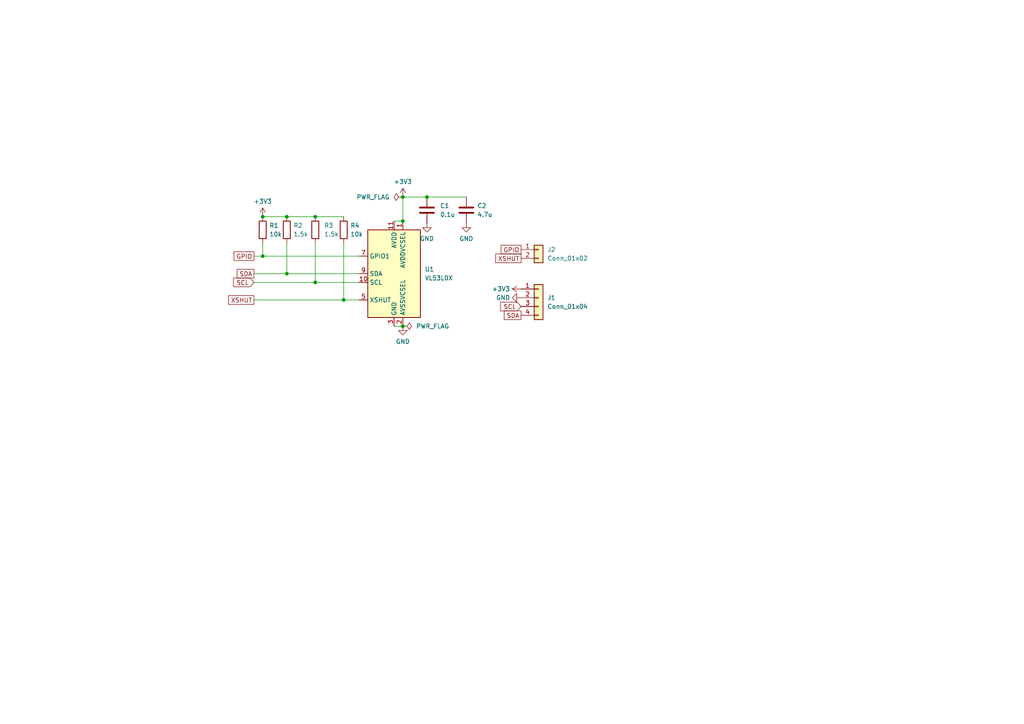
<source format=kicad_sch>
(kicad_sch (version 20230121) (generator eeschema)

  (uuid 565bb668-cc78-4516-89c0-d545721a4bb6)

  (paper "A4")

  (lib_symbols
    (symbol "Connector_Generic:Conn_01x02" (pin_names (offset 1.016) hide) (in_bom yes) (on_board yes)
      (property "Reference" "J" (at 0 2.54 0)
        (effects (font (size 1.27 1.27)))
      )
      (property "Value" "Conn_01x02" (at 0 -5.08 0)
        (effects (font (size 1.27 1.27)))
      )
      (property "Footprint" "" (at 0 0 0)
        (effects (font (size 1.27 1.27)) hide)
      )
      (property "Datasheet" "~" (at 0 0 0)
        (effects (font (size 1.27 1.27)) hide)
      )
      (property "ki_keywords" "connector" (at 0 0 0)
        (effects (font (size 1.27 1.27)) hide)
      )
      (property "ki_description" "Generic connector, single row, 01x02, script generated (kicad-library-utils/schlib/autogen/connector/)" (at 0 0 0)
        (effects (font (size 1.27 1.27)) hide)
      )
      (property "ki_fp_filters" "Connector*:*_1x??_*" (at 0 0 0)
        (effects (font (size 1.27 1.27)) hide)
      )
      (symbol "Conn_01x02_1_1"
        (rectangle (start -1.27 -2.413) (end 0 -2.667)
          (stroke (width 0.1524) (type default))
          (fill (type none))
        )
        (rectangle (start -1.27 0.127) (end 0 -0.127)
          (stroke (width 0.1524) (type default))
          (fill (type none))
        )
        (rectangle (start -1.27 1.27) (end 1.27 -3.81)
          (stroke (width 0.254) (type default))
          (fill (type background))
        )
        (pin passive line (at -5.08 0 0) (length 3.81)
          (name "Pin_1" (effects (font (size 1.27 1.27))))
          (number "1" (effects (font (size 1.27 1.27))))
        )
        (pin passive line (at -5.08 -2.54 0) (length 3.81)
          (name "Pin_2" (effects (font (size 1.27 1.27))))
          (number "2" (effects (font (size 1.27 1.27))))
        )
      )
    )
    (symbol "Connector_Generic:Conn_01x04" (pin_names (offset 1.016) hide) (in_bom yes) (on_board yes)
      (property "Reference" "J" (at 0 5.08 0)
        (effects (font (size 1.27 1.27)))
      )
      (property "Value" "Conn_01x04" (at 0 -7.62 0)
        (effects (font (size 1.27 1.27)))
      )
      (property "Footprint" "" (at 0 0 0)
        (effects (font (size 1.27 1.27)) hide)
      )
      (property "Datasheet" "~" (at 0 0 0)
        (effects (font (size 1.27 1.27)) hide)
      )
      (property "ki_keywords" "connector" (at 0 0 0)
        (effects (font (size 1.27 1.27)) hide)
      )
      (property "ki_description" "Generic connector, single row, 01x04, script generated (kicad-library-utils/schlib/autogen/connector/)" (at 0 0 0)
        (effects (font (size 1.27 1.27)) hide)
      )
      (property "ki_fp_filters" "Connector*:*_1x??_*" (at 0 0 0)
        (effects (font (size 1.27 1.27)) hide)
      )
      (symbol "Conn_01x04_1_1"
        (rectangle (start -1.27 -4.953) (end 0 -5.207)
          (stroke (width 0.1524) (type default))
          (fill (type none))
        )
        (rectangle (start -1.27 -2.413) (end 0 -2.667)
          (stroke (width 0.1524) (type default))
          (fill (type none))
        )
        (rectangle (start -1.27 0.127) (end 0 -0.127)
          (stroke (width 0.1524) (type default))
          (fill (type none))
        )
        (rectangle (start -1.27 2.667) (end 0 2.413)
          (stroke (width 0.1524) (type default))
          (fill (type none))
        )
        (rectangle (start -1.27 3.81) (end 1.27 -6.35)
          (stroke (width 0.254) (type default))
          (fill (type background))
        )
        (pin passive line (at -5.08 2.54 0) (length 3.81)
          (name "Pin_1" (effects (font (size 1.27 1.27))))
          (number "1" (effects (font (size 1.27 1.27))))
        )
        (pin passive line (at -5.08 0 0) (length 3.81)
          (name "Pin_2" (effects (font (size 1.27 1.27))))
          (number "2" (effects (font (size 1.27 1.27))))
        )
        (pin passive line (at -5.08 -2.54 0) (length 3.81)
          (name "Pin_3" (effects (font (size 1.27 1.27))))
          (number "3" (effects (font (size 1.27 1.27))))
        )
        (pin passive line (at -5.08 -5.08 0) (length 3.81)
          (name "Pin_4" (effects (font (size 1.27 1.27))))
          (number "4" (effects (font (size 1.27 1.27))))
        )
      )
    )
    (symbol "Device:C" (pin_numbers hide) (pin_names (offset 0.254)) (in_bom yes) (on_board yes)
      (property "Reference" "C" (at 0.635 2.54 0)
        (effects (font (size 1.27 1.27)) (justify left))
      )
      (property "Value" "C" (at 0.635 -2.54 0)
        (effects (font (size 1.27 1.27)) (justify left))
      )
      (property "Footprint" "" (at 0.9652 -3.81 0)
        (effects (font (size 1.27 1.27)) hide)
      )
      (property "Datasheet" "~" (at 0 0 0)
        (effects (font (size 1.27 1.27)) hide)
      )
      (property "ki_keywords" "cap capacitor" (at 0 0 0)
        (effects (font (size 1.27 1.27)) hide)
      )
      (property "ki_description" "Unpolarized capacitor" (at 0 0 0)
        (effects (font (size 1.27 1.27)) hide)
      )
      (property "ki_fp_filters" "C_*" (at 0 0 0)
        (effects (font (size 1.27 1.27)) hide)
      )
      (symbol "C_0_1"
        (polyline
          (pts
            (xy -2.032 -0.762)
            (xy 2.032 -0.762)
          )
          (stroke (width 0.508) (type default))
          (fill (type none))
        )
        (polyline
          (pts
            (xy -2.032 0.762)
            (xy 2.032 0.762)
          )
          (stroke (width 0.508) (type default))
          (fill (type none))
        )
      )
      (symbol "C_1_1"
        (pin passive line (at 0 3.81 270) (length 2.794)
          (name "~" (effects (font (size 1.27 1.27))))
          (number "1" (effects (font (size 1.27 1.27))))
        )
        (pin passive line (at 0 -3.81 90) (length 2.794)
          (name "~" (effects (font (size 1.27 1.27))))
          (number "2" (effects (font (size 1.27 1.27))))
        )
      )
    )
    (symbol "Device:R" (pin_numbers hide) (pin_names (offset 0)) (in_bom yes) (on_board yes)
      (property "Reference" "R" (at 2.032 0 90)
        (effects (font (size 1.27 1.27)))
      )
      (property "Value" "R" (at 0 0 90)
        (effects (font (size 1.27 1.27)))
      )
      (property "Footprint" "" (at -1.778 0 90)
        (effects (font (size 1.27 1.27)) hide)
      )
      (property "Datasheet" "~" (at 0 0 0)
        (effects (font (size 1.27 1.27)) hide)
      )
      (property "ki_keywords" "R res resistor" (at 0 0 0)
        (effects (font (size 1.27 1.27)) hide)
      )
      (property "ki_description" "Resistor" (at 0 0 0)
        (effects (font (size 1.27 1.27)) hide)
      )
      (property "ki_fp_filters" "R_*" (at 0 0 0)
        (effects (font (size 1.27 1.27)) hide)
      )
      (symbol "R_0_1"
        (rectangle (start -1.016 -2.54) (end 1.016 2.54)
          (stroke (width 0.254) (type default))
          (fill (type none))
        )
      )
      (symbol "R_1_1"
        (pin passive line (at 0 3.81 270) (length 1.27)
          (name "~" (effects (font (size 1.27 1.27))))
          (number "1" (effects (font (size 1.27 1.27))))
        )
        (pin passive line (at 0 -3.81 90) (length 1.27)
          (name "~" (effects (font (size 1.27 1.27))))
          (number "2" (effects (font (size 1.27 1.27))))
        )
      )
    )
    (symbol "Sensor_Distance:VL53L1CXV0FY1" (in_bom yes) (on_board yes)
      (property "Reference" "U" (at -6.35 13.97 0)
        (effects (font (size 1.27 1.27)))
      )
      (property "Value" "VL53L1CXV0FY1" (at 12.065 13.97 0)
        (effects (font (size 1.27 1.27)))
      )
      (property "Footprint" "Sensor_Distance:ST_VL53L1x" (at 17.145 -13.97 0)
        (effects (font (size 1.27 1.27)) hide)
      )
      (property "Datasheet" "https://www.st.com/resource/en/datasheet/vl53l1x.pdf" (at 2.54 0 0)
        (effects (font (size 1.27 1.27)) hide)
      )
      (property "ki_keywords" "VL53L1x ToF" (at 0 0 0)
        (effects (font (size 1.27 1.27)) hide)
      )
      (property "ki_description" "4m distance ranging ToF sensor" (at 0 0 0)
        (effects (font (size 1.27 1.27)) hide)
      )
      (property "ki_fp_filters" "ST*VL53L1x*" (at 0 0 0)
        (effects (font (size 1.27 1.27)) hide)
      )
      (symbol "VL53L1CXV0FY1_0_1"
        (rectangle (start -7.62 12.7) (end 7.62 -12.7)
          (stroke (width 0.254) (type default))
          (fill (type background))
        )
      )
      (symbol "VL53L1CXV0FY1_1_1"
        (pin power_in line (at 2.54 15.24 270) (length 2.54)
          (name "AVDDVCSEL" (effects (font (size 1.27 1.27))))
          (number "1" (effects (font (size 1.27 1.27))))
        )
        (pin input line (at -10.16 -2.54 0) (length 2.54)
          (name "SCL" (effects (font (size 1.27 1.27))))
          (number "10" (effects (font (size 1.27 1.27))))
        )
        (pin power_in line (at 0 15.24 270) (length 2.54)
          (name "AVDD" (effects (font (size 1.27 1.27))))
          (number "11" (effects (font (size 1.27 1.27))))
        )
        (pin passive line (at 0 -15.24 90) (length 2.54) hide
          (name "GND" (effects (font (size 1.27 1.27))))
          (number "12" (effects (font (size 1.27 1.27))))
        )
        (pin power_in line (at 2.54 -15.24 90) (length 2.54)
          (name "AVSSVCSEL" (effects (font (size 1.27 1.27))))
          (number "2" (effects (font (size 1.27 1.27))))
        )
        (pin power_in line (at 0 -15.24 90) (length 2.54)
          (name "GND" (effects (font (size 1.27 1.27))))
          (number "3" (effects (font (size 1.27 1.27))))
        )
        (pin passive line (at 0 -15.24 90) (length 2.54) hide
          (name "GND" (effects (font (size 1.27 1.27))))
          (number "4" (effects (font (size 1.27 1.27))))
        )
        (pin input line (at -10.16 -7.62 0) (length 2.54)
          (name "XSHUT" (effects (font (size 1.27 1.27))))
          (number "5" (effects (font (size 1.27 1.27))))
        )
        (pin passive line (at 0 -15.24 90) (length 2.54) hide
          (name "GND" (effects (font (size 1.27 1.27))))
          (number "6" (effects (font (size 1.27 1.27))))
        )
        (pin open_collector line (at -10.16 5.08 0) (length 2.54)
          (name "GPIO1" (effects (font (size 1.27 1.27))))
          (number "7" (effects (font (size 1.27 1.27))))
        )
        (pin no_connect line (at -7.62 7.62 0) (length 2.54) hide
          (name "DNC" (effects (font (size 1.27 1.27))))
          (number "8" (effects (font (size 1.27 1.27))))
        )
        (pin bidirectional line (at -10.16 0 0) (length 2.54)
          (name "SDA" (effects (font (size 1.27 1.27))))
          (number "9" (effects (font (size 1.27 1.27))))
        )
      )
    )
    (symbol "power:+3V3" (power) (pin_names (offset 0)) (in_bom yes) (on_board yes)
      (property "Reference" "#PWR" (at 0 -3.81 0)
        (effects (font (size 1.27 1.27)) hide)
      )
      (property "Value" "+3V3" (at 0 3.556 0)
        (effects (font (size 1.27 1.27)))
      )
      (property "Footprint" "" (at 0 0 0)
        (effects (font (size 1.27 1.27)) hide)
      )
      (property "Datasheet" "" (at 0 0 0)
        (effects (font (size 1.27 1.27)) hide)
      )
      (property "ki_keywords" "global power" (at 0 0 0)
        (effects (font (size 1.27 1.27)) hide)
      )
      (property "ki_description" "Power symbol creates a global label with name \"+3V3\"" (at 0 0 0)
        (effects (font (size 1.27 1.27)) hide)
      )
      (symbol "+3V3_0_1"
        (polyline
          (pts
            (xy -0.762 1.27)
            (xy 0 2.54)
          )
          (stroke (width 0) (type default))
          (fill (type none))
        )
        (polyline
          (pts
            (xy 0 0)
            (xy 0 2.54)
          )
          (stroke (width 0) (type default))
          (fill (type none))
        )
        (polyline
          (pts
            (xy 0 2.54)
            (xy 0.762 1.27)
          )
          (stroke (width 0) (type default))
          (fill (type none))
        )
      )
      (symbol "+3V3_1_1"
        (pin power_in line (at 0 0 90) (length 0) hide
          (name "+3V3" (effects (font (size 1.27 1.27))))
          (number "1" (effects (font (size 1.27 1.27))))
        )
      )
    )
    (symbol "power:GND" (power) (pin_names (offset 0)) (in_bom yes) (on_board yes)
      (property "Reference" "#PWR" (at 0 -6.35 0)
        (effects (font (size 1.27 1.27)) hide)
      )
      (property "Value" "GND" (at 0 -3.81 0)
        (effects (font (size 1.27 1.27)))
      )
      (property "Footprint" "" (at 0 0 0)
        (effects (font (size 1.27 1.27)) hide)
      )
      (property "Datasheet" "" (at 0 0 0)
        (effects (font (size 1.27 1.27)) hide)
      )
      (property "ki_keywords" "global power" (at 0 0 0)
        (effects (font (size 1.27 1.27)) hide)
      )
      (property "ki_description" "Power symbol creates a global label with name \"GND\" , ground" (at 0 0 0)
        (effects (font (size 1.27 1.27)) hide)
      )
      (symbol "GND_0_1"
        (polyline
          (pts
            (xy 0 0)
            (xy 0 -1.27)
            (xy 1.27 -1.27)
            (xy 0 -2.54)
            (xy -1.27 -1.27)
            (xy 0 -1.27)
          )
          (stroke (width 0) (type default))
          (fill (type none))
        )
      )
      (symbol "GND_1_1"
        (pin power_in line (at 0 0 270) (length 0) hide
          (name "GND" (effects (font (size 1.27 1.27))))
          (number "1" (effects (font (size 1.27 1.27))))
        )
      )
    )
    (symbol "power:PWR_FLAG" (power) (pin_numbers hide) (pin_names (offset 0) hide) (in_bom yes) (on_board yes)
      (property "Reference" "#FLG" (at 0 1.905 0)
        (effects (font (size 1.27 1.27)) hide)
      )
      (property "Value" "PWR_FLAG" (at 0 3.81 0)
        (effects (font (size 1.27 1.27)))
      )
      (property "Footprint" "" (at 0 0 0)
        (effects (font (size 1.27 1.27)) hide)
      )
      (property "Datasheet" "~" (at 0 0 0)
        (effects (font (size 1.27 1.27)) hide)
      )
      (property "ki_keywords" "flag power" (at 0 0 0)
        (effects (font (size 1.27 1.27)) hide)
      )
      (property "ki_description" "Special symbol for telling ERC where power comes from" (at 0 0 0)
        (effects (font (size 1.27 1.27)) hide)
      )
      (symbol "PWR_FLAG_0_0"
        (pin power_out line (at 0 0 90) (length 0)
          (name "pwr" (effects (font (size 1.27 1.27))))
          (number "1" (effects (font (size 1.27 1.27))))
        )
      )
      (symbol "PWR_FLAG_0_1"
        (polyline
          (pts
            (xy 0 0)
            (xy 0 1.27)
            (xy -1.016 1.905)
            (xy 0 2.54)
            (xy 1.016 1.905)
            (xy 0 1.27)
          )
          (stroke (width 0) (type default))
          (fill (type none))
        )
      )
    )
  )

  (junction (at 91.44 81.915) (diameter 0) (color 0 0 0 0)
    (uuid 067c9fd1-f378-426c-b7a5-6d258fb61294)
  )
  (junction (at 116.84 57.15) (diameter 0) (color 0 0 0 0)
    (uuid 469b7af0-ad05-4857-b99b-545b17da2278)
  )
  (junction (at 83.185 62.865) (diameter 0) (color 0 0 0 0)
    (uuid 4a3242dc-7c3b-4b84-a7ec-db03dd09acf8)
  )
  (junction (at 116.84 94.615) (diameter 0) (color 0 0 0 0)
    (uuid 5fbbef25-63ba-4eae-acb3-a996c80d72d3)
  )
  (junction (at 76.2 74.295) (diameter 0) (color 0 0 0 0)
    (uuid 64e67983-4e22-40eb-ac64-987b7848bbc5)
  )
  (junction (at 91.44 62.865) (diameter 0) (color 0 0 0 0)
    (uuid 68d43167-614d-41f1-8e45-99255d34399f)
  )
  (junction (at 116.84 64.135) (diameter 0) (color 0 0 0 0)
    (uuid 8b076af6-d6e8-48dd-b09d-420647edfe88)
  )
  (junction (at 83.185 79.375) (diameter 0) (color 0 0 0 0)
    (uuid ce68ffe4-a0d9-487d-8f1e-6c289eb7b92c)
  )
  (junction (at 99.695 86.995) (diameter 0) (color 0 0 0 0)
    (uuid d7f3c4c1-75d9-4263-bac2-80abd452dc4f)
  )
  (junction (at 76.2 62.865) (diameter 0) (color 0 0 0 0)
    (uuid f15ea7b4-8b86-4c92-a45d-f40199402c23)
  )
  (junction (at 123.825 57.15) (diameter 0) (color 0 0 0 0)
    (uuid f53b0402-991b-4a58-bfcf-989dc2e9ff6a)
  )

  (wire (pts (xy 114.3 64.135) (xy 116.84 64.135))
    (stroke (width 0) (type default))
    (uuid 212fb22d-034e-48ea-89a1-0b0ad52f0e00)
  )
  (wire (pts (xy 73.66 74.295) (xy 76.2 74.295))
    (stroke (width 0) (type default))
    (uuid 2195f024-951c-4f6d-8180-78fb0741f404)
  )
  (wire (pts (xy 76.2 62.865) (xy 83.185 62.865))
    (stroke (width 0) (type default))
    (uuid 2293dd22-b4e3-4ef9-8aaf-119ffe85c77f)
  )
  (wire (pts (xy 76.2 70.485) (xy 76.2 74.295))
    (stroke (width 0) (type default))
    (uuid 23a85dec-7cac-4e31-948f-4d779143c5df)
  )
  (wire (pts (xy 99.695 86.995) (xy 104.14 86.995))
    (stroke (width 0) (type default))
    (uuid 43730154-e994-4a2a-9f6d-bd03ce30effc)
  )
  (wire (pts (xy 73.66 81.915) (xy 91.44 81.915))
    (stroke (width 0) (type default))
    (uuid 561ac1eb-016b-4fb0-849d-8ee5bbff78e9)
  )
  (wire (pts (xy 116.84 57.15) (xy 123.825 57.15))
    (stroke (width 0) (type default))
    (uuid 57d3590a-6cc9-4f22-a7dd-25a7eac3b673)
  )
  (wire (pts (xy 91.44 62.865) (xy 99.695 62.865))
    (stroke (width 0) (type default))
    (uuid 58aee953-4338-4807-abd3-ee77ec1b8260)
  )
  (wire (pts (xy 91.44 70.485) (xy 91.44 81.915))
    (stroke (width 0) (type default))
    (uuid 59dc777e-df9c-4e4f-8b00-a38d6a5599c6)
  )
  (wire (pts (xy 76.2 74.295) (xy 104.14 74.295))
    (stroke (width 0) (type default))
    (uuid 5c695e91-39a6-47ad-b03a-aaa0f67452ee)
  )
  (wire (pts (xy 83.185 70.485) (xy 83.185 79.375))
    (stroke (width 0) (type default))
    (uuid 6d2323b0-e0e9-4cc2-aebd-85517e759030)
  )
  (wire (pts (xy 73.66 86.995) (xy 99.695 86.995))
    (stroke (width 0) (type default))
    (uuid 8cad3aec-b1e4-4caa-943f-e7810fb3486b)
  )
  (wire (pts (xy 83.185 62.865) (xy 91.44 62.865))
    (stroke (width 0) (type default))
    (uuid 8e96f6b9-5f14-4e05-b595-304b763a5160)
  )
  (wire (pts (xy 99.695 70.485) (xy 99.695 86.995))
    (stroke (width 0) (type default))
    (uuid 9be213f8-7623-4c43-96c1-17247889b97d)
  )
  (wire (pts (xy 91.44 81.915) (xy 104.14 81.915))
    (stroke (width 0) (type default))
    (uuid a3f0aa4e-1947-4ea2-8bf7-d2421be3f303)
  )
  (wire (pts (xy 83.185 79.375) (xy 104.14 79.375))
    (stroke (width 0) (type default))
    (uuid b96b6478-c530-46b6-bb22-dceb6cd3ae24)
  )
  (wire (pts (xy 116.84 57.15) (xy 116.84 64.135))
    (stroke (width 0) (type default))
    (uuid c64f039c-cd10-42cc-9cbd-2962fb5a8339)
  )
  (wire (pts (xy 114.3 94.615) (xy 116.84 94.615))
    (stroke (width 0) (type default))
    (uuid c6e2d6eb-2dfc-4b38-bdab-22256cdfc3a7)
  )
  (wire (pts (xy 123.825 57.15) (xy 135.255 57.15))
    (stroke (width 0) (type default))
    (uuid d10da6ea-fb7f-4303-b284-d08154be17ad)
  )
  (wire (pts (xy 73.66 79.375) (xy 83.185 79.375))
    (stroke (width 0) (type default))
    (uuid e45d4b8f-2d2d-4c32-9b7b-e136b5a4011b)
  )

  (global_label "XSHUT" (shape passive) (at 151.13 74.93 180) (fields_autoplaced)
    (effects (font (size 1.27 1.27)) (justify right))
    (uuid 33c0da94-49e5-478d-b290-f79f1c3460b8)
    (property "Intersheetrefs" "${INTERSHEET_REFS}" (at 143.2085 74.93 0)
      (effects (font (size 1.27 1.27)) (justify right) hide)
    )
  )
  (global_label "SDA" (shape passive) (at 73.66 79.375 180) (fields_autoplaced)
    (effects (font (size 1.27 1.27)) (justify right))
    (uuid 4b95226e-8c34-44bf-b90e-4ff704919222)
    (property "Intersheetrefs" "${INTERSHEET_REFS}" (at 68.218 79.375 0)
      (effects (font (size 1.27 1.27)) (justify right) hide)
    )
  )
  (global_label "XSHUT" (shape passive) (at 73.66 86.995 180) (fields_autoplaced)
    (effects (font (size 1.27 1.27)) (justify right))
    (uuid 514e0c8b-8ebe-4be1-a0e8-888f883ef607)
    (property "Intersheetrefs" "${INTERSHEET_REFS}" (at 65.7385 86.995 0)
      (effects (font (size 1.27 1.27)) (justify right) hide)
    )
  )
  (global_label "GPIO" (shape passive) (at 73.66 74.295 180) (fields_autoplaced)
    (effects (font (size 1.27 1.27)) (justify right))
    (uuid 51a5255f-fcda-43e4-bb7f-faa15f614a89)
    (property "Intersheetrefs" "${INTERSHEET_REFS}" (at 67.3108 74.295 0)
      (effects (font (size 1.27 1.27)) (justify right) hide)
    )
  )
  (global_label "SDA" (shape passive) (at 151.13 91.44 180) (fields_autoplaced)
    (effects (font (size 1.27 1.27)) (justify right))
    (uuid 7f9d4bd9-0780-413b-b0a4-760cba6e983a)
    (property "Intersheetrefs" "${INTERSHEET_REFS}" (at 145.688 91.44 0)
      (effects (font (size 1.27 1.27)) (justify right) hide)
    )
  )
  (global_label "SCL" (shape input) (at 151.13 88.9 180) (fields_autoplaced)
    (effects (font (size 1.27 1.27)) (justify right))
    (uuid 81b3fc7d-47b9-40e8-8a90-073f3908b711)
    (property "Intersheetrefs" "${INTERSHEET_REFS}" (at 144.6372 88.9 0)
      (effects (font (size 1.27 1.27)) (justify right) hide)
    )
  )
  (global_label "GPIO" (shape passive) (at 151.13 72.39 180) (fields_autoplaced)
    (effects (font (size 1.27 1.27)) (justify right))
    (uuid 9a52596b-3c1a-436c-91a9-bc259d6e03d3)
    (property "Intersheetrefs" "${INTERSHEET_REFS}" (at 144.7808 72.39 0)
      (effects (font (size 1.27 1.27)) (justify right) hide)
    )
  )
  (global_label "SCL" (shape input) (at 73.66 81.915 180) (fields_autoplaced)
    (effects (font (size 1.27 1.27)) (justify right))
    (uuid f2372222-8b99-49eb-9786-3117f1e771c3)
    (property "Intersheetrefs" "${INTERSHEET_REFS}" (at 67.1672 81.915 0)
      (effects (font (size 1.27 1.27)) (justify right) hide)
    )
  )

  (symbol (lib_id "Connector_Generic:Conn_01x04") (at 156.21 86.36 0) (unit 1)
    (in_bom yes) (on_board yes) (dnp no) (fields_autoplaced)
    (uuid 0cedfdcf-5129-420e-8078-5e14ba5d8926)
    (property "Reference" "J1" (at 158.75 86.36 0)
      (effects (font (size 1.27 1.27)) (justify left))
    )
    (property "Value" "Conn_01x04" (at 158.75 88.9 0)
      (effects (font (size 1.27 1.27)) (justify left))
    )
    (property "Footprint" "Connector_PinHeader_2.54mm:PinHeader_1x04_P2.54mm_Horizontal" (at 156.21 86.36 0)
      (effects (font (size 1.27 1.27)) hide)
    )
    (property "Datasheet" "~" (at 156.21 86.36 0)
      (effects (font (size 1.27 1.27)) hide)
    )
    (property "LCSC" "" (at 156.21 86.36 0)
      (effects (font (size 1.27 1.27)) hide)
    )
    (pin "4" (uuid 6f65da42-2aed-4744-af12-80a4c1d16f73))
    (pin "2" (uuid 1c6fcb54-39dc-4f23-83aa-93f27597f206))
    (pin "1" (uuid d817fc4b-e4ff-46c9-b617-59c325a59a39))
    (pin "3" (uuid e533e81c-fd0f-4d86-87dd-af35479d59b0))
    (instances
      (project "09-ToF_mod"
        (path "/565bb668-cc78-4516-89c0-d545721a4bb6"
          (reference "J1") (unit 1)
        )
      )
    )
  )

  (symbol (lib_id "power:PWR_FLAG") (at 116.84 57.15 90) (unit 1)
    (in_bom yes) (on_board yes) (dnp no) (fields_autoplaced)
    (uuid 0fc151dc-707a-497f-9ebc-1b3881c2ab9c)
    (property "Reference" "#FLG02" (at 114.935 57.15 0)
      (effects (font (size 1.27 1.27)) hide)
    )
    (property "Value" "PWR_FLAG" (at 113.03 57.15 90)
      (effects (font (size 1.27 1.27)) (justify left))
    )
    (property "Footprint" "" (at 116.84 57.15 0)
      (effects (font (size 1.27 1.27)) hide)
    )
    (property "Datasheet" "~" (at 116.84 57.15 0)
      (effects (font (size 1.27 1.27)) hide)
    )
    (pin "1" (uuid 702f6a52-94d4-489d-9b44-7e9abb5be790))
    (instances
      (project "09-ToF_mod"
        (path "/565bb668-cc78-4516-89c0-d545721a4bb6"
          (reference "#FLG02") (unit 1)
        )
      )
    )
  )

  (symbol (lib_id "power:+3V3") (at 151.13 83.82 90) (unit 1)
    (in_bom yes) (on_board yes) (dnp no) (fields_autoplaced)
    (uuid 1e1ced0c-0a63-478e-a6d8-c0a82aabbff5)
    (property "Reference" "#PWR03" (at 154.94 83.82 0)
      (effects (font (size 1.27 1.27)) hide)
    )
    (property "Value" "+3V3" (at 147.955 83.82 90)
      (effects (font (size 1.27 1.27)) (justify left))
    )
    (property "Footprint" "" (at 151.13 83.82 0)
      (effects (font (size 1.27 1.27)) hide)
    )
    (property "Datasheet" "" (at 151.13 83.82 0)
      (effects (font (size 1.27 1.27)) hide)
    )
    (pin "1" (uuid 5d3dd9f8-987b-4927-b0dc-db2ef8f5bbc2))
    (instances
      (project "09-ToF_mod"
        (path "/565bb668-cc78-4516-89c0-d545721a4bb6"
          (reference "#PWR03") (unit 1)
        )
      )
    )
  )

  (symbol (lib_id "power:GND") (at 135.255 64.77 0) (unit 1)
    (in_bom yes) (on_board yes) (dnp no) (fields_autoplaced)
    (uuid 2d04c72e-f22e-48f2-b005-8c2e60707d4d)
    (property "Reference" "#PWR06" (at 135.255 71.12 0)
      (effects (font (size 1.27 1.27)) hide)
    )
    (property "Value" "GND" (at 135.255 69.215 0)
      (effects (font (size 1.27 1.27)))
    )
    (property "Footprint" "" (at 135.255 64.77 0)
      (effects (font (size 1.27 1.27)) hide)
    )
    (property "Datasheet" "" (at 135.255 64.77 0)
      (effects (font (size 1.27 1.27)) hide)
    )
    (pin "1" (uuid 69af6b29-a3e6-480a-a186-1b9789c655c9))
    (instances
      (project "09-ToF_mod"
        (path "/565bb668-cc78-4516-89c0-d545721a4bb6"
          (reference "#PWR06") (unit 1)
        )
      )
    )
  )

  (symbol (lib_id "power:+3V3") (at 116.84 57.15 0) (unit 1)
    (in_bom yes) (on_board yes) (dnp no) (fields_autoplaced)
    (uuid 43231efa-0a27-4f71-9081-28676fd01843)
    (property "Reference" "#PWR01" (at 116.84 60.96 0)
      (effects (font (size 1.27 1.27)) hide)
    )
    (property "Value" "+3V3" (at 116.84 52.705 0)
      (effects (font (size 1.27 1.27)))
    )
    (property "Footprint" "" (at 116.84 57.15 0)
      (effects (font (size 1.27 1.27)) hide)
    )
    (property "Datasheet" "" (at 116.84 57.15 0)
      (effects (font (size 1.27 1.27)) hide)
    )
    (pin "1" (uuid c3ae3a3b-eaf1-4bfd-9cfe-51780a9fa96c))
    (instances
      (project "09-ToF_mod"
        (path "/565bb668-cc78-4516-89c0-d545721a4bb6"
          (reference "#PWR01") (unit 1)
        )
      )
    )
  )

  (symbol (lib_id "Connector_Generic:Conn_01x02") (at 156.21 72.39 0) (unit 1)
    (in_bom yes) (on_board yes) (dnp no) (fields_autoplaced)
    (uuid 4398a5b4-64bd-4e68-9d77-a4b7ef44f1b8)
    (property "Reference" "J2" (at 158.75 72.39 0)
      (effects (font (size 1.27 1.27)) (justify left))
    )
    (property "Value" "Conn_01x02" (at 158.75 74.93 0)
      (effects (font (size 1.27 1.27)) (justify left))
    )
    (property "Footprint" "Connector_PinHeader_2.54mm:PinHeader_1x02_P2.54mm_Vertical" (at 156.21 72.39 0)
      (effects (font (size 1.27 1.27)) hide)
    )
    (property "Datasheet" "~" (at 156.21 72.39 0)
      (effects (font (size 1.27 1.27)) hide)
    )
    (property "LCSC" "" (at 156.21 72.39 0)
      (effects (font (size 1.27 1.27)) hide)
    )
    (pin "1" (uuid a875d83d-da37-4506-99fc-4e91f0b55e3b))
    (pin "2" (uuid 2c44436d-7dd6-419f-9005-b387a431aa59))
    (instances
      (project "09-ToF_mod"
        (path "/565bb668-cc78-4516-89c0-d545721a4bb6"
          (reference "J2") (unit 1)
        )
      )
    )
  )

  (symbol (lib_id "power:GND") (at 116.84 94.615 0) (unit 1)
    (in_bom yes) (on_board yes) (dnp no) (fields_autoplaced)
    (uuid 473193fa-0586-47fb-8a3a-dee351f514f2)
    (property "Reference" "#PWR02" (at 116.84 100.965 0)
      (effects (font (size 1.27 1.27)) hide)
    )
    (property "Value" "GND" (at 116.84 99.06 0)
      (effects (font (size 1.27 1.27)))
    )
    (property "Footprint" "" (at 116.84 94.615 0)
      (effects (font (size 1.27 1.27)) hide)
    )
    (property "Datasheet" "" (at 116.84 94.615 0)
      (effects (font (size 1.27 1.27)) hide)
    )
    (pin "1" (uuid 82312ab7-6510-4763-9e0d-a0bade993f9a))
    (instances
      (project "09-ToF_mod"
        (path "/565bb668-cc78-4516-89c0-d545721a4bb6"
          (reference "#PWR02") (unit 1)
        )
      )
    )
  )

  (symbol (lib_id "power:GND") (at 151.13 86.36 270) (unit 1)
    (in_bom yes) (on_board yes) (dnp no) (fields_autoplaced)
    (uuid 524b4098-87d6-4f85-a40b-d14e9fb39756)
    (property "Reference" "#PWR04" (at 144.78 86.36 0)
      (effects (font (size 1.27 1.27)) hide)
    )
    (property "Value" "GND" (at 147.955 86.36 90)
      (effects (font (size 1.27 1.27)) (justify right))
    )
    (property "Footprint" "" (at 151.13 86.36 0)
      (effects (font (size 1.27 1.27)) hide)
    )
    (property "Datasheet" "" (at 151.13 86.36 0)
      (effects (font (size 1.27 1.27)) hide)
    )
    (pin "1" (uuid fe9843aa-2692-430e-8f22-74eeacfd174c))
    (instances
      (project "09-ToF_mod"
        (path "/565bb668-cc78-4516-89c0-d545721a4bb6"
          (reference "#PWR04") (unit 1)
        )
      )
    )
  )

  (symbol (lib_id "Device:R") (at 91.44 66.675 0) (unit 1)
    (in_bom yes) (on_board yes) (dnp no) (fields_autoplaced)
    (uuid 53de8641-bf98-4669-a713-a03c0c0661d2)
    (property "Reference" "R3" (at 93.98 65.405 0)
      (effects (font (size 1.27 1.27)) (justify left))
    )
    (property "Value" "1.5k" (at 93.98 67.945 0)
      (effects (font (size 1.27 1.27)) (justify left))
    )
    (property "Footprint" "Resistor_SMD:R_0603_1608Metric" (at 89.662 66.675 90)
      (effects (font (size 1.27 1.27)) hide)
    )
    (property "Datasheet" "~" (at 91.44 66.675 0)
      (effects (font (size 1.27 1.27)) hide)
    )
    (property "LCSC" "C22843" (at 91.44 66.675 0)
      (effects (font (size 1.27 1.27)) hide)
    )
    (pin "1" (uuid 2c60352e-3da8-443b-aebd-b982ab0cfa26))
    (pin "2" (uuid 985b55e2-b5c6-4bed-a972-d48cbf13c2ae))
    (instances
      (project "09-ToF_mod"
        (path "/565bb668-cc78-4516-89c0-d545721a4bb6"
          (reference "R3") (unit 1)
        )
      )
    )
  )

  (symbol (lib_id "power:GND") (at 123.825 64.77 0) (unit 1)
    (in_bom yes) (on_board yes) (dnp no) (fields_autoplaced)
    (uuid 553949ae-f3a6-4f03-9f5f-bc4e45c21c70)
    (property "Reference" "#PWR05" (at 123.825 71.12 0)
      (effects (font (size 1.27 1.27)) hide)
    )
    (property "Value" "GND" (at 123.825 69.215 0)
      (effects (font (size 1.27 1.27)))
    )
    (property "Footprint" "" (at 123.825 64.77 0)
      (effects (font (size 1.27 1.27)) hide)
    )
    (property "Datasheet" "" (at 123.825 64.77 0)
      (effects (font (size 1.27 1.27)) hide)
    )
    (pin "1" (uuid d3c610ee-d505-4588-a0a8-9725830c8239))
    (instances
      (project "09-ToF_mod"
        (path "/565bb668-cc78-4516-89c0-d545721a4bb6"
          (reference "#PWR05") (unit 1)
        )
      )
    )
  )

  (symbol (lib_id "power:+3V3") (at 76.2 62.865 0) (unit 1)
    (in_bom yes) (on_board yes) (dnp no) (fields_autoplaced)
    (uuid 73eeb573-1fea-4df9-a564-e2172496cc60)
    (property "Reference" "#PWR07" (at 76.2 66.675 0)
      (effects (font (size 1.27 1.27)) hide)
    )
    (property "Value" "+3V3" (at 76.2 58.42 0)
      (effects (font (size 1.27 1.27)))
    )
    (property "Footprint" "" (at 76.2 62.865 0)
      (effects (font (size 1.27 1.27)) hide)
    )
    (property "Datasheet" "" (at 76.2 62.865 0)
      (effects (font (size 1.27 1.27)) hide)
    )
    (pin "1" (uuid d0899d1d-a4b0-452d-94db-2fc208acb1b7))
    (instances
      (project "09-ToF_mod"
        (path "/565bb668-cc78-4516-89c0-d545721a4bb6"
          (reference "#PWR07") (unit 1)
        )
      )
    )
  )

  (symbol (lib_id "Device:C") (at 135.255 60.96 0) (unit 1)
    (in_bom yes) (on_board yes) (dnp no) (fields_autoplaced)
    (uuid 8c6fb605-6828-45c2-bd94-0fa12cf771dc)
    (property "Reference" "C2" (at 138.43 59.69 0)
      (effects (font (size 1.27 1.27)) (justify left))
    )
    (property "Value" "4.7u" (at 138.43 62.23 0)
      (effects (font (size 1.27 1.27)) (justify left))
    )
    (property "Footprint" "Capacitor_SMD:C_0603_1608Metric" (at 136.2202 64.77 0)
      (effects (font (size 1.27 1.27)) hide)
    )
    (property "Datasheet" "~" (at 135.255 60.96 0)
      (effects (font (size 1.27 1.27)) hide)
    )
    (property "LCSC" "C19666" (at 135.255 60.96 0)
      (effects (font (size 1.27 1.27)) hide)
    )
    (pin "1" (uuid f2c1a72a-f71d-48a9-9d76-52d5b287ce58))
    (pin "2" (uuid 3e20d613-762b-48be-b1be-26960da5285d))
    (instances
      (project "09-ToF_mod"
        (path "/565bb668-cc78-4516-89c0-d545721a4bb6"
          (reference "C2") (unit 1)
        )
      )
    )
  )

  (symbol (lib_id "Sensor_Distance:VL53L1CXV0FY1") (at 114.3 79.375 0) (unit 1)
    (in_bom yes) (on_board yes) (dnp no) (fields_autoplaced)
    (uuid d74d4c0a-791a-4df6-968c-c66a580362f2)
    (property "Reference" "U1" (at 123.19 78.105 0)
      (effects (font (size 1.27 1.27)) (justify left))
    )
    (property "Value" "VL53L0X" (at 123.19 80.645 0)
      (effects (font (size 1.27 1.27)) (justify left))
    )
    (property "Footprint" "OptoDevice:ST_VL53L0X" (at 131.445 93.345 0)
      (effects (font (size 1.27 1.27)) hide)
    )
    (property "Datasheet" "https://www.st.com/resource/en/datasheet/vl53l1x.pdf" (at 116.84 79.375 0)
      (effects (font (size 1.27 1.27)) hide)
    )
    (property "LCSC" "C91199" (at 114.3 79.375 0)
      (effects (font (size 1.27 1.27)) hide)
    )
    (pin "5" (uuid 05f70fdc-ded9-417a-85a9-2c33175b90d0))
    (pin "3" (uuid 58ebb282-5599-4444-a81c-d695e5983cd4))
    (pin "11" (uuid 5a710fbc-d33a-46d8-9ef4-34de6c119060))
    (pin "12" (uuid 0cef9dfc-5ac6-4615-afc9-b8288c9216c5))
    (pin "7" (uuid eaa814c2-e902-4b79-9df4-abaaa176a7ed))
    (pin "1" (uuid ff6af607-06bc-46d5-9ef0-42116901af43))
    (pin "8" (uuid d1d5d887-4731-4aef-8e01-509ca8a208e6))
    (pin "2" (uuid 07f747d1-c887-4b8f-a092-dfaeeb222239))
    (pin "10" (uuid 7d87356d-fffb-4f1a-b779-3755dd13e792))
    (pin "4" (uuid f7d169d0-396d-4abc-a842-2d6295b9e9e6))
    (pin "6" (uuid 73738e4b-ba2a-450d-86eb-197be6d07aa7))
    (pin "9" (uuid 35a5b4aa-877e-453a-93ee-85f000218cc6))
    (instances
      (project "09-ToF_mod"
        (path "/565bb668-cc78-4516-89c0-d545721a4bb6"
          (reference "U1") (unit 1)
        )
      )
    )
  )

  (symbol (lib_id "power:PWR_FLAG") (at 116.84 94.615 270) (unit 1)
    (in_bom yes) (on_board yes) (dnp no) (fields_autoplaced)
    (uuid e029a0bb-3b3a-4bf1-87f7-66eccf24d5cf)
    (property "Reference" "#FLG01" (at 118.745 94.615 0)
      (effects (font (size 1.27 1.27)) hide)
    )
    (property "Value" "PWR_FLAG" (at 120.65 94.615 90)
      (effects (font (size 1.27 1.27)) (justify left))
    )
    (property "Footprint" "" (at 116.84 94.615 0)
      (effects (font (size 1.27 1.27)) hide)
    )
    (property "Datasheet" "~" (at 116.84 94.615 0)
      (effects (font (size 1.27 1.27)) hide)
    )
    (pin "1" (uuid 702f6a52-94d4-489d-9b44-7e9abb5be791))
    (instances
      (project "09-ToF_mod"
        (path "/565bb668-cc78-4516-89c0-d545721a4bb6"
          (reference "#FLG01") (unit 1)
        )
      )
    )
  )

  (symbol (lib_id "Device:C") (at 123.825 60.96 0) (unit 1)
    (in_bom yes) (on_board yes) (dnp no) (fields_autoplaced)
    (uuid e79f77bb-87b1-4962-8ee4-c846c3caaffc)
    (property "Reference" "C1" (at 127.635 59.69 0)
      (effects (font (size 1.27 1.27)) (justify left))
    )
    (property "Value" "0.1u" (at 127.635 62.23 0)
      (effects (font (size 1.27 1.27)) (justify left))
    )
    (property "Footprint" "Capacitor_SMD:C_0603_1608Metric" (at 124.7902 64.77 0)
      (effects (font (size 1.27 1.27)) hide)
    )
    (property "Datasheet" "~" (at 123.825 60.96 0)
      (effects (font (size 1.27 1.27)) hide)
    )
    (property "LCSC" "C14663" (at 123.825 60.96 0)
      (effects (font (size 1.27 1.27)) hide)
    )
    (pin "1" (uuid f2c1a72a-f71d-48a9-9d76-52d5b287ce59))
    (pin "2" (uuid 3e20d613-762b-48be-b1be-26960da5285e))
    (instances
      (project "09-ToF_mod"
        (path "/565bb668-cc78-4516-89c0-d545721a4bb6"
          (reference "C1") (unit 1)
        )
      )
    )
  )

  (symbol (lib_id "Device:R") (at 99.695 66.675 0) (unit 1)
    (in_bom yes) (on_board yes) (dnp no) (fields_autoplaced)
    (uuid f579fd47-39ff-4688-a749-4b9892378f0c)
    (property "Reference" "R4" (at 101.6 65.405 0)
      (effects (font (size 1.27 1.27)) (justify left))
    )
    (property "Value" "10k" (at 101.6 67.945 0)
      (effects (font (size 1.27 1.27)) (justify left))
    )
    (property "Footprint" "Resistor_SMD:R_0603_1608Metric" (at 97.917 66.675 90)
      (effects (font (size 1.27 1.27)) hide)
    )
    (property "Datasheet" "~" (at 99.695 66.675 0)
      (effects (font (size 1.27 1.27)) hide)
    )
    (property "LCSC" "C25804" (at 99.695 66.675 0)
      (effects (font (size 1.27 1.27)) hide)
    )
    (pin "1" (uuid 2c60352e-3da8-443b-aebd-b982ab0cfa27))
    (pin "2" (uuid 985b55e2-b5c6-4bed-a972-d48cbf13c2af))
    (instances
      (project "09-ToF_mod"
        (path "/565bb668-cc78-4516-89c0-d545721a4bb6"
          (reference "R4") (unit 1)
        )
      )
    )
  )

  (symbol (lib_id "Device:R") (at 76.2 66.675 0) (unit 1)
    (in_bom yes) (on_board yes) (dnp no) (fields_autoplaced)
    (uuid f8d3abac-9aed-4b5c-baa9-0af61dd40606)
    (property "Reference" "R1" (at 78.105 65.405 0)
      (effects (font (size 1.27 1.27)) (justify left))
    )
    (property "Value" "10k" (at 78.105 67.945 0)
      (effects (font (size 1.27 1.27)) (justify left))
    )
    (property "Footprint" "Resistor_SMD:R_0603_1608Metric" (at 74.422 66.675 90)
      (effects (font (size 1.27 1.27)) hide)
    )
    (property "Datasheet" "~" (at 76.2 66.675 0)
      (effects (font (size 1.27 1.27)) hide)
    )
    (property "LCSC" "C25804" (at 76.2 66.675 0)
      (effects (font (size 1.27 1.27)) hide)
    )
    (pin "1" (uuid 2c60352e-3da8-443b-aebd-b982ab0cfa28))
    (pin "2" (uuid 985b55e2-b5c6-4bed-a972-d48cbf13c2b0))
    (instances
      (project "09-ToF_mod"
        (path "/565bb668-cc78-4516-89c0-d545721a4bb6"
          (reference "R1") (unit 1)
        )
      )
    )
  )

  (symbol (lib_id "Device:R") (at 83.185 66.675 0) (unit 1)
    (in_bom yes) (on_board yes) (dnp no) (fields_autoplaced)
    (uuid fb12bc83-028c-48c9-be93-d54e453ba5dd)
    (property "Reference" "R2" (at 85.09 65.405 0)
      (effects (font (size 1.27 1.27)) (justify left))
    )
    (property "Value" "1.5k" (at 85.09 67.945 0)
      (effects (font (size 1.27 1.27)) (justify left))
    )
    (property "Footprint" "Resistor_SMD:R_0603_1608Metric" (at 81.407 66.675 90)
      (effects (font (size 1.27 1.27)) hide)
    )
    (property "Datasheet" "~" (at 83.185 66.675 0)
      (effects (font (size 1.27 1.27)) hide)
    )
    (property "LCSC" "C22843" (at 83.185 66.675 0)
      (effects (font (size 1.27 1.27)) hide)
    )
    (pin "1" (uuid 2c60352e-3da8-443b-aebd-b982ab0cfa29))
    (pin "2" (uuid 985b55e2-b5c6-4bed-a972-d48cbf13c2b1))
    (instances
      (project "09-ToF_mod"
        (path "/565bb668-cc78-4516-89c0-d545721a4bb6"
          (reference "R2") (unit 1)
        )
      )
    )
  )

  (sheet_instances
    (path "/" (page "1"))
  )
)

</source>
